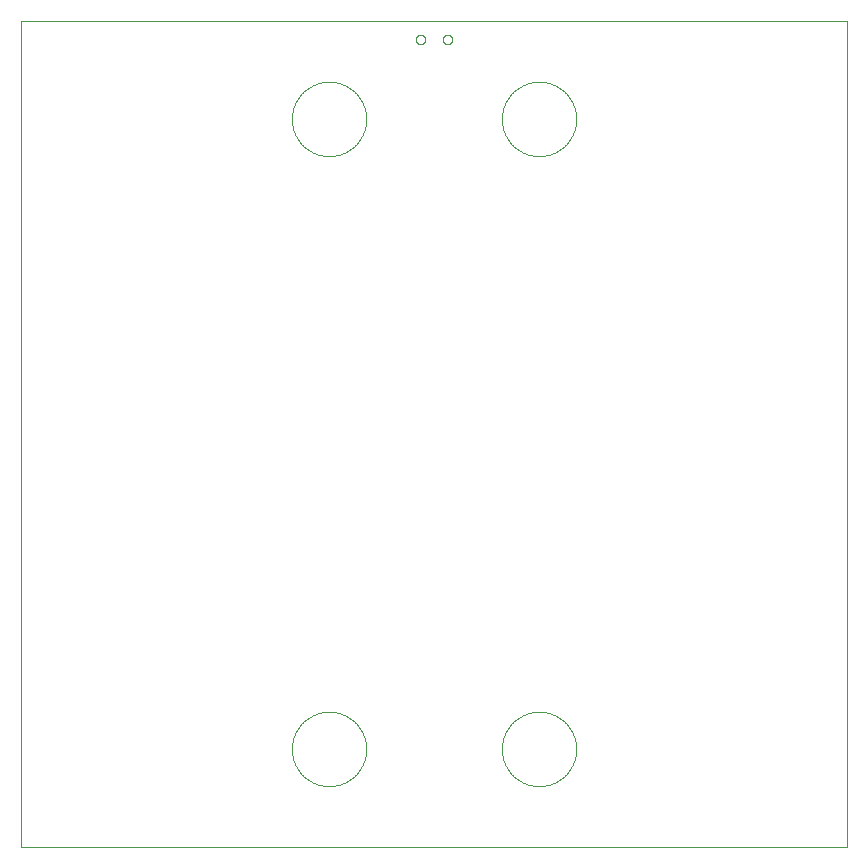
<source format=gbo>
G75*
%MOIN*%
%OFA0B0*%
%FSLAX25Y25*%
%IPPOS*%
%LPD*%
%AMOC8*
5,1,8,0,0,1.08239X$1,22.5*
%
%ADD10C,0.00000*%
D10*
X0001400Y0001400D02*
X0001400Y0276991D01*
X0276991Y0276991D01*
X0276991Y0001400D01*
X0001400Y0001400D01*
X0091793Y0034195D02*
X0091797Y0034499D01*
X0091808Y0034804D01*
X0091827Y0035107D01*
X0091853Y0035411D01*
X0091886Y0035713D01*
X0091927Y0036015D01*
X0091976Y0036315D01*
X0092031Y0036615D01*
X0092094Y0036912D01*
X0092165Y0037208D01*
X0092242Y0037503D01*
X0092327Y0037795D01*
X0092419Y0038085D01*
X0092518Y0038373D01*
X0092624Y0038658D01*
X0092737Y0038941D01*
X0092857Y0039221D01*
X0092984Y0039498D01*
X0093117Y0039771D01*
X0093257Y0040041D01*
X0093404Y0040308D01*
X0093557Y0040571D01*
X0093717Y0040830D01*
X0093883Y0041085D01*
X0094055Y0041336D01*
X0094234Y0041583D01*
X0094418Y0041825D01*
X0094608Y0042063D01*
X0094804Y0042296D01*
X0095006Y0042524D01*
X0095213Y0042747D01*
X0095425Y0042965D01*
X0095643Y0043177D01*
X0095866Y0043384D01*
X0096094Y0043586D01*
X0096327Y0043782D01*
X0096565Y0043972D01*
X0096807Y0044156D01*
X0097054Y0044335D01*
X0097305Y0044507D01*
X0097560Y0044673D01*
X0097819Y0044833D01*
X0098082Y0044986D01*
X0098349Y0045133D01*
X0098619Y0045273D01*
X0098892Y0045406D01*
X0099169Y0045533D01*
X0099449Y0045653D01*
X0099732Y0045766D01*
X0100017Y0045872D01*
X0100305Y0045971D01*
X0100595Y0046063D01*
X0100887Y0046148D01*
X0101182Y0046225D01*
X0101478Y0046296D01*
X0101775Y0046359D01*
X0102075Y0046414D01*
X0102375Y0046463D01*
X0102677Y0046504D01*
X0102979Y0046537D01*
X0103283Y0046563D01*
X0103586Y0046582D01*
X0103891Y0046593D01*
X0104195Y0046597D01*
X0104499Y0046593D01*
X0104804Y0046582D01*
X0105107Y0046563D01*
X0105411Y0046537D01*
X0105713Y0046504D01*
X0106015Y0046463D01*
X0106315Y0046414D01*
X0106615Y0046359D01*
X0106912Y0046296D01*
X0107208Y0046225D01*
X0107503Y0046148D01*
X0107795Y0046063D01*
X0108085Y0045971D01*
X0108373Y0045872D01*
X0108658Y0045766D01*
X0108941Y0045653D01*
X0109221Y0045533D01*
X0109498Y0045406D01*
X0109771Y0045273D01*
X0110041Y0045133D01*
X0110308Y0044986D01*
X0110571Y0044833D01*
X0110830Y0044673D01*
X0111085Y0044507D01*
X0111336Y0044335D01*
X0111583Y0044156D01*
X0111825Y0043972D01*
X0112063Y0043782D01*
X0112296Y0043586D01*
X0112524Y0043384D01*
X0112747Y0043177D01*
X0112965Y0042965D01*
X0113177Y0042747D01*
X0113384Y0042524D01*
X0113586Y0042296D01*
X0113782Y0042063D01*
X0113972Y0041825D01*
X0114156Y0041583D01*
X0114335Y0041336D01*
X0114507Y0041085D01*
X0114673Y0040830D01*
X0114833Y0040571D01*
X0114986Y0040308D01*
X0115133Y0040041D01*
X0115273Y0039771D01*
X0115406Y0039498D01*
X0115533Y0039221D01*
X0115653Y0038941D01*
X0115766Y0038658D01*
X0115872Y0038373D01*
X0115971Y0038085D01*
X0116063Y0037795D01*
X0116148Y0037503D01*
X0116225Y0037208D01*
X0116296Y0036912D01*
X0116359Y0036615D01*
X0116414Y0036315D01*
X0116463Y0036015D01*
X0116504Y0035713D01*
X0116537Y0035411D01*
X0116563Y0035107D01*
X0116582Y0034804D01*
X0116593Y0034499D01*
X0116597Y0034195D01*
X0116593Y0033891D01*
X0116582Y0033586D01*
X0116563Y0033283D01*
X0116537Y0032979D01*
X0116504Y0032677D01*
X0116463Y0032375D01*
X0116414Y0032075D01*
X0116359Y0031775D01*
X0116296Y0031478D01*
X0116225Y0031182D01*
X0116148Y0030887D01*
X0116063Y0030595D01*
X0115971Y0030305D01*
X0115872Y0030017D01*
X0115766Y0029732D01*
X0115653Y0029449D01*
X0115533Y0029169D01*
X0115406Y0028892D01*
X0115273Y0028619D01*
X0115133Y0028349D01*
X0114986Y0028082D01*
X0114833Y0027819D01*
X0114673Y0027560D01*
X0114507Y0027305D01*
X0114335Y0027054D01*
X0114156Y0026807D01*
X0113972Y0026565D01*
X0113782Y0026327D01*
X0113586Y0026094D01*
X0113384Y0025866D01*
X0113177Y0025643D01*
X0112965Y0025425D01*
X0112747Y0025213D01*
X0112524Y0025006D01*
X0112296Y0024804D01*
X0112063Y0024608D01*
X0111825Y0024418D01*
X0111583Y0024234D01*
X0111336Y0024055D01*
X0111085Y0023883D01*
X0110830Y0023717D01*
X0110571Y0023557D01*
X0110308Y0023404D01*
X0110041Y0023257D01*
X0109771Y0023117D01*
X0109498Y0022984D01*
X0109221Y0022857D01*
X0108941Y0022737D01*
X0108658Y0022624D01*
X0108373Y0022518D01*
X0108085Y0022419D01*
X0107795Y0022327D01*
X0107503Y0022242D01*
X0107208Y0022165D01*
X0106912Y0022094D01*
X0106615Y0022031D01*
X0106315Y0021976D01*
X0106015Y0021927D01*
X0105713Y0021886D01*
X0105411Y0021853D01*
X0105107Y0021827D01*
X0104804Y0021808D01*
X0104499Y0021797D01*
X0104195Y0021793D01*
X0103891Y0021797D01*
X0103586Y0021808D01*
X0103283Y0021827D01*
X0102979Y0021853D01*
X0102677Y0021886D01*
X0102375Y0021927D01*
X0102075Y0021976D01*
X0101775Y0022031D01*
X0101478Y0022094D01*
X0101182Y0022165D01*
X0100887Y0022242D01*
X0100595Y0022327D01*
X0100305Y0022419D01*
X0100017Y0022518D01*
X0099732Y0022624D01*
X0099449Y0022737D01*
X0099169Y0022857D01*
X0098892Y0022984D01*
X0098619Y0023117D01*
X0098349Y0023257D01*
X0098082Y0023404D01*
X0097819Y0023557D01*
X0097560Y0023717D01*
X0097305Y0023883D01*
X0097054Y0024055D01*
X0096807Y0024234D01*
X0096565Y0024418D01*
X0096327Y0024608D01*
X0096094Y0024804D01*
X0095866Y0025006D01*
X0095643Y0025213D01*
X0095425Y0025425D01*
X0095213Y0025643D01*
X0095006Y0025866D01*
X0094804Y0026094D01*
X0094608Y0026327D01*
X0094418Y0026565D01*
X0094234Y0026807D01*
X0094055Y0027054D01*
X0093883Y0027305D01*
X0093717Y0027560D01*
X0093557Y0027819D01*
X0093404Y0028082D01*
X0093257Y0028349D01*
X0093117Y0028619D01*
X0092984Y0028892D01*
X0092857Y0029169D01*
X0092737Y0029449D01*
X0092624Y0029732D01*
X0092518Y0030017D01*
X0092419Y0030305D01*
X0092327Y0030595D01*
X0092242Y0030887D01*
X0092165Y0031182D01*
X0092094Y0031478D01*
X0092031Y0031775D01*
X0091976Y0032075D01*
X0091927Y0032375D01*
X0091886Y0032677D01*
X0091853Y0032979D01*
X0091827Y0033283D01*
X0091808Y0033586D01*
X0091797Y0033891D01*
X0091793Y0034195D01*
X0161793Y0034195D02*
X0161797Y0034499D01*
X0161808Y0034804D01*
X0161827Y0035107D01*
X0161853Y0035411D01*
X0161886Y0035713D01*
X0161927Y0036015D01*
X0161976Y0036315D01*
X0162031Y0036615D01*
X0162094Y0036912D01*
X0162165Y0037208D01*
X0162242Y0037503D01*
X0162327Y0037795D01*
X0162419Y0038085D01*
X0162518Y0038373D01*
X0162624Y0038658D01*
X0162737Y0038941D01*
X0162857Y0039221D01*
X0162984Y0039498D01*
X0163117Y0039771D01*
X0163257Y0040041D01*
X0163404Y0040308D01*
X0163557Y0040571D01*
X0163717Y0040830D01*
X0163883Y0041085D01*
X0164055Y0041336D01*
X0164234Y0041583D01*
X0164418Y0041825D01*
X0164608Y0042063D01*
X0164804Y0042296D01*
X0165006Y0042524D01*
X0165213Y0042747D01*
X0165425Y0042965D01*
X0165643Y0043177D01*
X0165866Y0043384D01*
X0166094Y0043586D01*
X0166327Y0043782D01*
X0166565Y0043972D01*
X0166807Y0044156D01*
X0167054Y0044335D01*
X0167305Y0044507D01*
X0167560Y0044673D01*
X0167819Y0044833D01*
X0168082Y0044986D01*
X0168349Y0045133D01*
X0168619Y0045273D01*
X0168892Y0045406D01*
X0169169Y0045533D01*
X0169449Y0045653D01*
X0169732Y0045766D01*
X0170017Y0045872D01*
X0170305Y0045971D01*
X0170595Y0046063D01*
X0170887Y0046148D01*
X0171182Y0046225D01*
X0171478Y0046296D01*
X0171775Y0046359D01*
X0172075Y0046414D01*
X0172375Y0046463D01*
X0172677Y0046504D01*
X0172979Y0046537D01*
X0173283Y0046563D01*
X0173586Y0046582D01*
X0173891Y0046593D01*
X0174195Y0046597D01*
X0174499Y0046593D01*
X0174804Y0046582D01*
X0175107Y0046563D01*
X0175411Y0046537D01*
X0175713Y0046504D01*
X0176015Y0046463D01*
X0176315Y0046414D01*
X0176615Y0046359D01*
X0176912Y0046296D01*
X0177208Y0046225D01*
X0177503Y0046148D01*
X0177795Y0046063D01*
X0178085Y0045971D01*
X0178373Y0045872D01*
X0178658Y0045766D01*
X0178941Y0045653D01*
X0179221Y0045533D01*
X0179498Y0045406D01*
X0179771Y0045273D01*
X0180041Y0045133D01*
X0180308Y0044986D01*
X0180571Y0044833D01*
X0180830Y0044673D01*
X0181085Y0044507D01*
X0181336Y0044335D01*
X0181583Y0044156D01*
X0181825Y0043972D01*
X0182063Y0043782D01*
X0182296Y0043586D01*
X0182524Y0043384D01*
X0182747Y0043177D01*
X0182965Y0042965D01*
X0183177Y0042747D01*
X0183384Y0042524D01*
X0183586Y0042296D01*
X0183782Y0042063D01*
X0183972Y0041825D01*
X0184156Y0041583D01*
X0184335Y0041336D01*
X0184507Y0041085D01*
X0184673Y0040830D01*
X0184833Y0040571D01*
X0184986Y0040308D01*
X0185133Y0040041D01*
X0185273Y0039771D01*
X0185406Y0039498D01*
X0185533Y0039221D01*
X0185653Y0038941D01*
X0185766Y0038658D01*
X0185872Y0038373D01*
X0185971Y0038085D01*
X0186063Y0037795D01*
X0186148Y0037503D01*
X0186225Y0037208D01*
X0186296Y0036912D01*
X0186359Y0036615D01*
X0186414Y0036315D01*
X0186463Y0036015D01*
X0186504Y0035713D01*
X0186537Y0035411D01*
X0186563Y0035107D01*
X0186582Y0034804D01*
X0186593Y0034499D01*
X0186597Y0034195D01*
X0186593Y0033891D01*
X0186582Y0033586D01*
X0186563Y0033283D01*
X0186537Y0032979D01*
X0186504Y0032677D01*
X0186463Y0032375D01*
X0186414Y0032075D01*
X0186359Y0031775D01*
X0186296Y0031478D01*
X0186225Y0031182D01*
X0186148Y0030887D01*
X0186063Y0030595D01*
X0185971Y0030305D01*
X0185872Y0030017D01*
X0185766Y0029732D01*
X0185653Y0029449D01*
X0185533Y0029169D01*
X0185406Y0028892D01*
X0185273Y0028619D01*
X0185133Y0028349D01*
X0184986Y0028082D01*
X0184833Y0027819D01*
X0184673Y0027560D01*
X0184507Y0027305D01*
X0184335Y0027054D01*
X0184156Y0026807D01*
X0183972Y0026565D01*
X0183782Y0026327D01*
X0183586Y0026094D01*
X0183384Y0025866D01*
X0183177Y0025643D01*
X0182965Y0025425D01*
X0182747Y0025213D01*
X0182524Y0025006D01*
X0182296Y0024804D01*
X0182063Y0024608D01*
X0181825Y0024418D01*
X0181583Y0024234D01*
X0181336Y0024055D01*
X0181085Y0023883D01*
X0180830Y0023717D01*
X0180571Y0023557D01*
X0180308Y0023404D01*
X0180041Y0023257D01*
X0179771Y0023117D01*
X0179498Y0022984D01*
X0179221Y0022857D01*
X0178941Y0022737D01*
X0178658Y0022624D01*
X0178373Y0022518D01*
X0178085Y0022419D01*
X0177795Y0022327D01*
X0177503Y0022242D01*
X0177208Y0022165D01*
X0176912Y0022094D01*
X0176615Y0022031D01*
X0176315Y0021976D01*
X0176015Y0021927D01*
X0175713Y0021886D01*
X0175411Y0021853D01*
X0175107Y0021827D01*
X0174804Y0021808D01*
X0174499Y0021797D01*
X0174195Y0021793D01*
X0173891Y0021797D01*
X0173586Y0021808D01*
X0173283Y0021827D01*
X0172979Y0021853D01*
X0172677Y0021886D01*
X0172375Y0021927D01*
X0172075Y0021976D01*
X0171775Y0022031D01*
X0171478Y0022094D01*
X0171182Y0022165D01*
X0170887Y0022242D01*
X0170595Y0022327D01*
X0170305Y0022419D01*
X0170017Y0022518D01*
X0169732Y0022624D01*
X0169449Y0022737D01*
X0169169Y0022857D01*
X0168892Y0022984D01*
X0168619Y0023117D01*
X0168349Y0023257D01*
X0168082Y0023404D01*
X0167819Y0023557D01*
X0167560Y0023717D01*
X0167305Y0023883D01*
X0167054Y0024055D01*
X0166807Y0024234D01*
X0166565Y0024418D01*
X0166327Y0024608D01*
X0166094Y0024804D01*
X0165866Y0025006D01*
X0165643Y0025213D01*
X0165425Y0025425D01*
X0165213Y0025643D01*
X0165006Y0025866D01*
X0164804Y0026094D01*
X0164608Y0026327D01*
X0164418Y0026565D01*
X0164234Y0026807D01*
X0164055Y0027054D01*
X0163883Y0027305D01*
X0163717Y0027560D01*
X0163557Y0027819D01*
X0163404Y0028082D01*
X0163257Y0028349D01*
X0163117Y0028619D01*
X0162984Y0028892D01*
X0162857Y0029169D01*
X0162737Y0029449D01*
X0162624Y0029732D01*
X0162518Y0030017D01*
X0162419Y0030305D01*
X0162327Y0030595D01*
X0162242Y0030887D01*
X0162165Y0031182D01*
X0162094Y0031478D01*
X0162031Y0031775D01*
X0161976Y0032075D01*
X0161927Y0032375D01*
X0161886Y0032677D01*
X0161853Y0032979D01*
X0161827Y0033283D01*
X0161808Y0033586D01*
X0161797Y0033891D01*
X0161793Y0034195D01*
X0161793Y0244195D02*
X0161797Y0244499D01*
X0161808Y0244804D01*
X0161827Y0245107D01*
X0161853Y0245411D01*
X0161886Y0245713D01*
X0161927Y0246015D01*
X0161976Y0246315D01*
X0162031Y0246615D01*
X0162094Y0246912D01*
X0162165Y0247208D01*
X0162242Y0247503D01*
X0162327Y0247795D01*
X0162419Y0248085D01*
X0162518Y0248373D01*
X0162624Y0248658D01*
X0162737Y0248941D01*
X0162857Y0249221D01*
X0162984Y0249498D01*
X0163117Y0249771D01*
X0163257Y0250041D01*
X0163404Y0250308D01*
X0163557Y0250571D01*
X0163717Y0250830D01*
X0163883Y0251085D01*
X0164055Y0251336D01*
X0164234Y0251583D01*
X0164418Y0251825D01*
X0164608Y0252063D01*
X0164804Y0252296D01*
X0165006Y0252524D01*
X0165213Y0252747D01*
X0165425Y0252965D01*
X0165643Y0253177D01*
X0165866Y0253384D01*
X0166094Y0253586D01*
X0166327Y0253782D01*
X0166565Y0253972D01*
X0166807Y0254156D01*
X0167054Y0254335D01*
X0167305Y0254507D01*
X0167560Y0254673D01*
X0167819Y0254833D01*
X0168082Y0254986D01*
X0168349Y0255133D01*
X0168619Y0255273D01*
X0168892Y0255406D01*
X0169169Y0255533D01*
X0169449Y0255653D01*
X0169732Y0255766D01*
X0170017Y0255872D01*
X0170305Y0255971D01*
X0170595Y0256063D01*
X0170887Y0256148D01*
X0171182Y0256225D01*
X0171478Y0256296D01*
X0171775Y0256359D01*
X0172075Y0256414D01*
X0172375Y0256463D01*
X0172677Y0256504D01*
X0172979Y0256537D01*
X0173283Y0256563D01*
X0173586Y0256582D01*
X0173891Y0256593D01*
X0174195Y0256597D01*
X0174499Y0256593D01*
X0174804Y0256582D01*
X0175107Y0256563D01*
X0175411Y0256537D01*
X0175713Y0256504D01*
X0176015Y0256463D01*
X0176315Y0256414D01*
X0176615Y0256359D01*
X0176912Y0256296D01*
X0177208Y0256225D01*
X0177503Y0256148D01*
X0177795Y0256063D01*
X0178085Y0255971D01*
X0178373Y0255872D01*
X0178658Y0255766D01*
X0178941Y0255653D01*
X0179221Y0255533D01*
X0179498Y0255406D01*
X0179771Y0255273D01*
X0180041Y0255133D01*
X0180308Y0254986D01*
X0180571Y0254833D01*
X0180830Y0254673D01*
X0181085Y0254507D01*
X0181336Y0254335D01*
X0181583Y0254156D01*
X0181825Y0253972D01*
X0182063Y0253782D01*
X0182296Y0253586D01*
X0182524Y0253384D01*
X0182747Y0253177D01*
X0182965Y0252965D01*
X0183177Y0252747D01*
X0183384Y0252524D01*
X0183586Y0252296D01*
X0183782Y0252063D01*
X0183972Y0251825D01*
X0184156Y0251583D01*
X0184335Y0251336D01*
X0184507Y0251085D01*
X0184673Y0250830D01*
X0184833Y0250571D01*
X0184986Y0250308D01*
X0185133Y0250041D01*
X0185273Y0249771D01*
X0185406Y0249498D01*
X0185533Y0249221D01*
X0185653Y0248941D01*
X0185766Y0248658D01*
X0185872Y0248373D01*
X0185971Y0248085D01*
X0186063Y0247795D01*
X0186148Y0247503D01*
X0186225Y0247208D01*
X0186296Y0246912D01*
X0186359Y0246615D01*
X0186414Y0246315D01*
X0186463Y0246015D01*
X0186504Y0245713D01*
X0186537Y0245411D01*
X0186563Y0245107D01*
X0186582Y0244804D01*
X0186593Y0244499D01*
X0186597Y0244195D01*
X0186593Y0243891D01*
X0186582Y0243586D01*
X0186563Y0243283D01*
X0186537Y0242979D01*
X0186504Y0242677D01*
X0186463Y0242375D01*
X0186414Y0242075D01*
X0186359Y0241775D01*
X0186296Y0241478D01*
X0186225Y0241182D01*
X0186148Y0240887D01*
X0186063Y0240595D01*
X0185971Y0240305D01*
X0185872Y0240017D01*
X0185766Y0239732D01*
X0185653Y0239449D01*
X0185533Y0239169D01*
X0185406Y0238892D01*
X0185273Y0238619D01*
X0185133Y0238349D01*
X0184986Y0238082D01*
X0184833Y0237819D01*
X0184673Y0237560D01*
X0184507Y0237305D01*
X0184335Y0237054D01*
X0184156Y0236807D01*
X0183972Y0236565D01*
X0183782Y0236327D01*
X0183586Y0236094D01*
X0183384Y0235866D01*
X0183177Y0235643D01*
X0182965Y0235425D01*
X0182747Y0235213D01*
X0182524Y0235006D01*
X0182296Y0234804D01*
X0182063Y0234608D01*
X0181825Y0234418D01*
X0181583Y0234234D01*
X0181336Y0234055D01*
X0181085Y0233883D01*
X0180830Y0233717D01*
X0180571Y0233557D01*
X0180308Y0233404D01*
X0180041Y0233257D01*
X0179771Y0233117D01*
X0179498Y0232984D01*
X0179221Y0232857D01*
X0178941Y0232737D01*
X0178658Y0232624D01*
X0178373Y0232518D01*
X0178085Y0232419D01*
X0177795Y0232327D01*
X0177503Y0232242D01*
X0177208Y0232165D01*
X0176912Y0232094D01*
X0176615Y0232031D01*
X0176315Y0231976D01*
X0176015Y0231927D01*
X0175713Y0231886D01*
X0175411Y0231853D01*
X0175107Y0231827D01*
X0174804Y0231808D01*
X0174499Y0231797D01*
X0174195Y0231793D01*
X0173891Y0231797D01*
X0173586Y0231808D01*
X0173283Y0231827D01*
X0172979Y0231853D01*
X0172677Y0231886D01*
X0172375Y0231927D01*
X0172075Y0231976D01*
X0171775Y0232031D01*
X0171478Y0232094D01*
X0171182Y0232165D01*
X0170887Y0232242D01*
X0170595Y0232327D01*
X0170305Y0232419D01*
X0170017Y0232518D01*
X0169732Y0232624D01*
X0169449Y0232737D01*
X0169169Y0232857D01*
X0168892Y0232984D01*
X0168619Y0233117D01*
X0168349Y0233257D01*
X0168082Y0233404D01*
X0167819Y0233557D01*
X0167560Y0233717D01*
X0167305Y0233883D01*
X0167054Y0234055D01*
X0166807Y0234234D01*
X0166565Y0234418D01*
X0166327Y0234608D01*
X0166094Y0234804D01*
X0165866Y0235006D01*
X0165643Y0235213D01*
X0165425Y0235425D01*
X0165213Y0235643D01*
X0165006Y0235866D01*
X0164804Y0236094D01*
X0164608Y0236327D01*
X0164418Y0236565D01*
X0164234Y0236807D01*
X0164055Y0237054D01*
X0163883Y0237305D01*
X0163717Y0237560D01*
X0163557Y0237819D01*
X0163404Y0238082D01*
X0163257Y0238349D01*
X0163117Y0238619D01*
X0162984Y0238892D01*
X0162857Y0239169D01*
X0162737Y0239449D01*
X0162624Y0239732D01*
X0162518Y0240017D01*
X0162419Y0240305D01*
X0162327Y0240595D01*
X0162242Y0240887D01*
X0162165Y0241182D01*
X0162094Y0241478D01*
X0162031Y0241775D01*
X0161976Y0242075D01*
X0161927Y0242375D01*
X0161886Y0242677D01*
X0161853Y0242979D01*
X0161827Y0243283D01*
X0161808Y0243586D01*
X0161797Y0243891D01*
X0161793Y0244195D01*
X0142148Y0270691D02*
X0142150Y0270770D01*
X0142156Y0270849D01*
X0142166Y0270928D01*
X0142180Y0271006D01*
X0142197Y0271083D01*
X0142219Y0271159D01*
X0142244Y0271234D01*
X0142274Y0271307D01*
X0142306Y0271379D01*
X0142343Y0271450D01*
X0142383Y0271518D01*
X0142426Y0271584D01*
X0142472Y0271648D01*
X0142522Y0271710D01*
X0142575Y0271769D01*
X0142630Y0271825D01*
X0142689Y0271879D01*
X0142750Y0271929D01*
X0142813Y0271977D01*
X0142879Y0272021D01*
X0142947Y0272062D01*
X0143017Y0272099D01*
X0143088Y0272133D01*
X0143162Y0272163D01*
X0143236Y0272189D01*
X0143312Y0272211D01*
X0143389Y0272230D01*
X0143467Y0272245D01*
X0143545Y0272256D01*
X0143624Y0272263D01*
X0143703Y0272266D01*
X0143782Y0272265D01*
X0143861Y0272260D01*
X0143940Y0272251D01*
X0144018Y0272238D01*
X0144095Y0272221D01*
X0144172Y0272201D01*
X0144247Y0272176D01*
X0144321Y0272148D01*
X0144394Y0272116D01*
X0144464Y0272081D01*
X0144533Y0272042D01*
X0144600Y0271999D01*
X0144665Y0271953D01*
X0144727Y0271905D01*
X0144787Y0271853D01*
X0144844Y0271798D01*
X0144898Y0271740D01*
X0144949Y0271680D01*
X0144997Y0271617D01*
X0145042Y0271552D01*
X0145084Y0271484D01*
X0145122Y0271415D01*
X0145156Y0271344D01*
X0145187Y0271271D01*
X0145215Y0271196D01*
X0145238Y0271121D01*
X0145258Y0271044D01*
X0145274Y0270967D01*
X0145286Y0270888D01*
X0145294Y0270810D01*
X0145298Y0270731D01*
X0145298Y0270651D01*
X0145294Y0270572D01*
X0145286Y0270494D01*
X0145274Y0270415D01*
X0145258Y0270338D01*
X0145238Y0270261D01*
X0145215Y0270186D01*
X0145187Y0270111D01*
X0145156Y0270038D01*
X0145122Y0269967D01*
X0145084Y0269898D01*
X0145042Y0269830D01*
X0144997Y0269765D01*
X0144949Y0269702D01*
X0144898Y0269642D01*
X0144844Y0269584D01*
X0144787Y0269529D01*
X0144727Y0269477D01*
X0144665Y0269429D01*
X0144600Y0269383D01*
X0144533Y0269340D01*
X0144464Y0269301D01*
X0144394Y0269266D01*
X0144321Y0269234D01*
X0144247Y0269206D01*
X0144172Y0269181D01*
X0144095Y0269161D01*
X0144018Y0269144D01*
X0143940Y0269131D01*
X0143861Y0269122D01*
X0143782Y0269117D01*
X0143703Y0269116D01*
X0143624Y0269119D01*
X0143545Y0269126D01*
X0143467Y0269137D01*
X0143389Y0269152D01*
X0143312Y0269171D01*
X0143236Y0269193D01*
X0143162Y0269219D01*
X0143088Y0269249D01*
X0143017Y0269283D01*
X0142947Y0269320D01*
X0142879Y0269361D01*
X0142813Y0269405D01*
X0142750Y0269453D01*
X0142689Y0269503D01*
X0142630Y0269557D01*
X0142575Y0269613D01*
X0142522Y0269672D01*
X0142472Y0269734D01*
X0142426Y0269798D01*
X0142383Y0269864D01*
X0142343Y0269932D01*
X0142306Y0270003D01*
X0142274Y0270075D01*
X0142244Y0270148D01*
X0142219Y0270223D01*
X0142197Y0270299D01*
X0142180Y0270376D01*
X0142166Y0270454D01*
X0142156Y0270533D01*
X0142150Y0270612D01*
X0142148Y0270691D01*
X0133093Y0270691D02*
X0133095Y0270770D01*
X0133101Y0270849D01*
X0133111Y0270928D01*
X0133125Y0271006D01*
X0133142Y0271083D01*
X0133164Y0271159D01*
X0133189Y0271234D01*
X0133219Y0271307D01*
X0133251Y0271379D01*
X0133288Y0271450D01*
X0133328Y0271518D01*
X0133371Y0271584D01*
X0133417Y0271648D01*
X0133467Y0271710D01*
X0133520Y0271769D01*
X0133575Y0271825D01*
X0133634Y0271879D01*
X0133695Y0271929D01*
X0133758Y0271977D01*
X0133824Y0272021D01*
X0133892Y0272062D01*
X0133962Y0272099D01*
X0134033Y0272133D01*
X0134107Y0272163D01*
X0134181Y0272189D01*
X0134257Y0272211D01*
X0134334Y0272230D01*
X0134412Y0272245D01*
X0134490Y0272256D01*
X0134569Y0272263D01*
X0134648Y0272266D01*
X0134727Y0272265D01*
X0134806Y0272260D01*
X0134885Y0272251D01*
X0134963Y0272238D01*
X0135040Y0272221D01*
X0135117Y0272201D01*
X0135192Y0272176D01*
X0135266Y0272148D01*
X0135339Y0272116D01*
X0135409Y0272081D01*
X0135478Y0272042D01*
X0135545Y0271999D01*
X0135610Y0271953D01*
X0135672Y0271905D01*
X0135732Y0271853D01*
X0135789Y0271798D01*
X0135843Y0271740D01*
X0135894Y0271680D01*
X0135942Y0271617D01*
X0135987Y0271552D01*
X0136029Y0271484D01*
X0136067Y0271415D01*
X0136101Y0271344D01*
X0136132Y0271271D01*
X0136160Y0271196D01*
X0136183Y0271121D01*
X0136203Y0271044D01*
X0136219Y0270967D01*
X0136231Y0270888D01*
X0136239Y0270810D01*
X0136243Y0270731D01*
X0136243Y0270651D01*
X0136239Y0270572D01*
X0136231Y0270494D01*
X0136219Y0270415D01*
X0136203Y0270338D01*
X0136183Y0270261D01*
X0136160Y0270186D01*
X0136132Y0270111D01*
X0136101Y0270038D01*
X0136067Y0269967D01*
X0136029Y0269898D01*
X0135987Y0269830D01*
X0135942Y0269765D01*
X0135894Y0269702D01*
X0135843Y0269642D01*
X0135789Y0269584D01*
X0135732Y0269529D01*
X0135672Y0269477D01*
X0135610Y0269429D01*
X0135545Y0269383D01*
X0135478Y0269340D01*
X0135409Y0269301D01*
X0135339Y0269266D01*
X0135266Y0269234D01*
X0135192Y0269206D01*
X0135117Y0269181D01*
X0135040Y0269161D01*
X0134963Y0269144D01*
X0134885Y0269131D01*
X0134806Y0269122D01*
X0134727Y0269117D01*
X0134648Y0269116D01*
X0134569Y0269119D01*
X0134490Y0269126D01*
X0134412Y0269137D01*
X0134334Y0269152D01*
X0134257Y0269171D01*
X0134181Y0269193D01*
X0134107Y0269219D01*
X0134033Y0269249D01*
X0133962Y0269283D01*
X0133892Y0269320D01*
X0133824Y0269361D01*
X0133758Y0269405D01*
X0133695Y0269453D01*
X0133634Y0269503D01*
X0133575Y0269557D01*
X0133520Y0269613D01*
X0133467Y0269672D01*
X0133417Y0269734D01*
X0133371Y0269798D01*
X0133328Y0269864D01*
X0133288Y0269932D01*
X0133251Y0270003D01*
X0133219Y0270075D01*
X0133189Y0270148D01*
X0133164Y0270223D01*
X0133142Y0270299D01*
X0133125Y0270376D01*
X0133111Y0270454D01*
X0133101Y0270533D01*
X0133095Y0270612D01*
X0133093Y0270691D01*
X0091793Y0244195D02*
X0091797Y0244499D01*
X0091808Y0244804D01*
X0091827Y0245107D01*
X0091853Y0245411D01*
X0091886Y0245713D01*
X0091927Y0246015D01*
X0091976Y0246315D01*
X0092031Y0246615D01*
X0092094Y0246912D01*
X0092165Y0247208D01*
X0092242Y0247503D01*
X0092327Y0247795D01*
X0092419Y0248085D01*
X0092518Y0248373D01*
X0092624Y0248658D01*
X0092737Y0248941D01*
X0092857Y0249221D01*
X0092984Y0249498D01*
X0093117Y0249771D01*
X0093257Y0250041D01*
X0093404Y0250308D01*
X0093557Y0250571D01*
X0093717Y0250830D01*
X0093883Y0251085D01*
X0094055Y0251336D01*
X0094234Y0251583D01*
X0094418Y0251825D01*
X0094608Y0252063D01*
X0094804Y0252296D01*
X0095006Y0252524D01*
X0095213Y0252747D01*
X0095425Y0252965D01*
X0095643Y0253177D01*
X0095866Y0253384D01*
X0096094Y0253586D01*
X0096327Y0253782D01*
X0096565Y0253972D01*
X0096807Y0254156D01*
X0097054Y0254335D01*
X0097305Y0254507D01*
X0097560Y0254673D01*
X0097819Y0254833D01*
X0098082Y0254986D01*
X0098349Y0255133D01*
X0098619Y0255273D01*
X0098892Y0255406D01*
X0099169Y0255533D01*
X0099449Y0255653D01*
X0099732Y0255766D01*
X0100017Y0255872D01*
X0100305Y0255971D01*
X0100595Y0256063D01*
X0100887Y0256148D01*
X0101182Y0256225D01*
X0101478Y0256296D01*
X0101775Y0256359D01*
X0102075Y0256414D01*
X0102375Y0256463D01*
X0102677Y0256504D01*
X0102979Y0256537D01*
X0103283Y0256563D01*
X0103586Y0256582D01*
X0103891Y0256593D01*
X0104195Y0256597D01*
X0104499Y0256593D01*
X0104804Y0256582D01*
X0105107Y0256563D01*
X0105411Y0256537D01*
X0105713Y0256504D01*
X0106015Y0256463D01*
X0106315Y0256414D01*
X0106615Y0256359D01*
X0106912Y0256296D01*
X0107208Y0256225D01*
X0107503Y0256148D01*
X0107795Y0256063D01*
X0108085Y0255971D01*
X0108373Y0255872D01*
X0108658Y0255766D01*
X0108941Y0255653D01*
X0109221Y0255533D01*
X0109498Y0255406D01*
X0109771Y0255273D01*
X0110041Y0255133D01*
X0110308Y0254986D01*
X0110571Y0254833D01*
X0110830Y0254673D01*
X0111085Y0254507D01*
X0111336Y0254335D01*
X0111583Y0254156D01*
X0111825Y0253972D01*
X0112063Y0253782D01*
X0112296Y0253586D01*
X0112524Y0253384D01*
X0112747Y0253177D01*
X0112965Y0252965D01*
X0113177Y0252747D01*
X0113384Y0252524D01*
X0113586Y0252296D01*
X0113782Y0252063D01*
X0113972Y0251825D01*
X0114156Y0251583D01*
X0114335Y0251336D01*
X0114507Y0251085D01*
X0114673Y0250830D01*
X0114833Y0250571D01*
X0114986Y0250308D01*
X0115133Y0250041D01*
X0115273Y0249771D01*
X0115406Y0249498D01*
X0115533Y0249221D01*
X0115653Y0248941D01*
X0115766Y0248658D01*
X0115872Y0248373D01*
X0115971Y0248085D01*
X0116063Y0247795D01*
X0116148Y0247503D01*
X0116225Y0247208D01*
X0116296Y0246912D01*
X0116359Y0246615D01*
X0116414Y0246315D01*
X0116463Y0246015D01*
X0116504Y0245713D01*
X0116537Y0245411D01*
X0116563Y0245107D01*
X0116582Y0244804D01*
X0116593Y0244499D01*
X0116597Y0244195D01*
X0116593Y0243891D01*
X0116582Y0243586D01*
X0116563Y0243283D01*
X0116537Y0242979D01*
X0116504Y0242677D01*
X0116463Y0242375D01*
X0116414Y0242075D01*
X0116359Y0241775D01*
X0116296Y0241478D01*
X0116225Y0241182D01*
X0116148Y0240887D01*
X0116063Y0240595D01*
X0115971Y0240305D01*
X0115872Y0240017D01*
X0115766Y0239732D01*
X0115653Y0239449D01*
X0115533Y0239169D01*
X0115406Y0238892D01*
X0115273Y0238619D01*
X0115133Y0238349D01*
X0114986Y0238082D01*
X0114833Y0237819D01*
X0114673Y0237560D01*
X0114507Y0237305D01*
X0114335Y0237054D01*
X0114156Y0236807D01*
X0113972Y0236565D01*
X0113782Y0236327D01*
X0113586Y0236094D01*
X0113384Y0235866D01*
X0113177Y0235643D01*
X0112965Y0235425D01*
X0112747Y0235213D01*
X0112524Y0235006D01*
X0112296Y0234804D01*
X0112063Y0234608D01*
X0111825Y0234418D01*
X0111583Y0234234D01*
X0111336Y0234055D01*
X0111085Y0233883D01*
X0110830Y0233717D01*
X0110571Y0233557D01*
X0110308Y0233404D01*
X0110041Y0233257D01*
X0109771Y0233117D01*
X0109498Y0232984D01*
X0109221Y0232857D01*
X0108941Y0232737D01*
X0108658Y0232624D01*
X0108373Y0232518D01*
X0108085Y0232419D01*
X0107795Y0232327D01*
X0107503Y0232242D01*
X0107208Y0232165D01*
X0106912Y0232094D01*
X0106615Y0232031D01*
X0106315Y0231976D01*
X0106015Y0231927D01*
X0105713Y0231886D01*
X0105411Y0231853D01*
X0105107Y0231827D01*
X0104804Y0231808D01*
X0104499Y0231797D01*
X0104195Y0231793D01*
X0103891Y0231797D01*
X0103586Y0231808D01*
X0103283Y0231827D01*
X0102979Y0231853D01*
X0102677Y0231886D01*
X0102375Y0231927D01*
X0102075Y0231976D01*
X0101775Y0232031D01*
X0101478Y0232094D01*
X0101182Y0232165D01*
X0100887Y0232242D01*
X0100595Y0232327D01*
X0100305Y0232419D01*
X0100017Y0232518D01*
X0099732Y0232624D01*
X0099449Y0232737D01*
X0099169Y0232857D01*
X0098892Y0232984D01*
X0098619Y0233117D01*
X0098349Y0233257D01*
X0098082Y0233404D01*
X0097819Y0233557D01*
X0097560Y0233717D01*
X0097305Y0233883D01*
X0097054Y0234055D01*
X0096807Y0234234D01*
X0096565Y0234418D01*
X0096327Y0234608D01*
X0096094Y0234804D01*
X0095866Y0235006D01*
X0095643Y0235213D01*
X0095425Y0235425D01*
X0095213Y0235643D01*
X0095006Y0235866D01*
X0094804Y0236094D01*
X0094608Y0236327D01*
X0094418Y0236565D01*
X0094234Y0236807D01*
X0094055Y0237054D01*
X0093883Y0237305D01*
X0093717Y0237560D01*
X0093557Y0237819D01*
X0093404Y0238082D01*
X0093257Y0238349D01*
X0093117Y0238619D01*
X0092984Y0238892D01*
X0092857Y0239169D01*
X0092737Y0239449D01*
X0092624Y0239732D01*
X0092518Y0240017D01*
X0092419Y0240305D01*
X0092327Y0240595D01*
X0092242Y0240887D01*
X0092165Y0241182D01*
X0092094Y0241478D01*
X0092031Y0241775D01*
X0091976Y0242075D01*
X0091927Y0242375D01*
X0091886Y0242677D01*
X0091853Y0242979D01*
X0091827Y0243283D01*
X0091808Y0243586D01*
X0091797Y0243891D01*
X0091793Y0244195D01*
M02*

</source>
